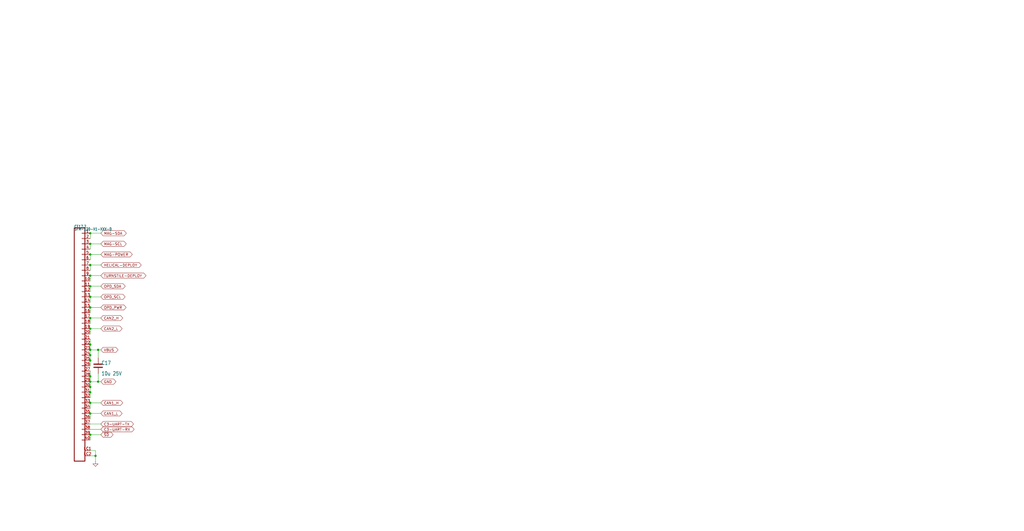
<source format=kicad_sch>
(kicad_sch (version 20211123) (generator eeschema)
  (paper "User" 490.22 254.406)
  (lib_symbols
    (symbol "Device:C" (pin_numbers hide) (pin_names (offset 0.254))
      (property "Reference" "C" (at 0.635 2.54 0))
      (property "Value" "C" (at 0.635 -2.54 0))
      (symbol "C_0_1"
        (polyline (pts (xy -2.032 -0.762) (xy 2.032 -0.762)) (stroke (width 0.508)))
        (polyline (pts (xy -2.032 0.762) (xy 2.032 0.762)) (stroke (width 0.508)))
      )
      (symbol "C_1_1"
        (pin passive line (at 0 3.81 270) (length 2.794) (name "~") (number "1"))
        (pin passive line (at 0 -3.81 90) (length 2.794) (name "~") (number "2"))
      )
    )
    (symbol "oresat-connectors:J-SAMTEC-TFM-120-01-L-D-RA" (pin_names hide)
      (property "Reference" "J" (at -2.54 53.34 0))
      (property "Value" "J-SAMTEC-TFM-120-01-L-D-RA" (at 0 -55.88 0))
      (symbol "J-SAMTEC-TFM-120-01-L-D-RA_0_1"
        (rectangle (start -2.54 50.8) (end 2.54 -60.96) (stroke (width 0.4)))
        (rectangle (start 2.413 -50.673) (end 1.143 -50.927) (stroke (width 0.1524)))
        (rectangle (start 2.413 -48.133) (end 1.143 -48.387) (stroke (width 0.1524)))
        (rectangle (start 2.413 -45.593) (end 1.143 -45.847) (stroke (width 0.1524)))
        (rectangle (start 2.413 -43.053) (end 1.143 -43.307) (stroke (width 0.1524)))
        (rectangle (start 2.413 -40.513) (end 1.143 -40.767) (stroke (width 0.1524)))
        (rectangle (start 2.413 -37.973) (end 1.143 -38.227) (stroke (width 0.1524)))
        (rectangle (start 2.413 -35.433) (end 1.143 -35.687) (stroke (width 0.1524)))
        (rectangle (start 2.413 -32.893) (end 1.143 -33.147) (stroke (width 0.1524)))
        (rectangle (start 2.413 -30.353) (end 1.143 -30.607) (stroke (width 0.1524)))
        (rectangle (start 2.413 -27.813) (end 1.143 -28.067) (stroke (width 0.1524)))
        (rectangle (start 2.413 -25.273) (end 1.143 -25.527) (stroke (width 0.1524)))
        (rectangle (start 2.413 -22.733) (end 1.143 -22.987) (stroke (width 0.1524)))
        (rectangle (start 2.413 -20.193) (end 1.143 -20.447) (stroke (width 0.1524)))
        (rectangle (start 2.413 -17.653) (end 1.143 -17.907) (stroke (width 0.1524)))
        (rectangle (start 2.413 -15.113) (end 1.143 -15.367) (stroke (width 0.1524)))
        (rectangle (start 2.413 -12.573) (end 1.143 -12.827) (stroke (width 0.1524)))
        (rectangle (start 2.413 -10.033) (end 1.143 -10.287) (stroke (width 0.1524)))
        (rectangle (start 2.413 -7.493) (end 1.143 -7.747) (stroke (width 0.1524)))
        (rectangle (start 2.413 -4.953) (end 1.143 -5.207) (stroke (width 0.1524)))
        (rectangle (start 2.413 -2.413) (end 1.143 -2.667) (stroke (width 0.1524)))
        (rectangle (start 2.413 0.127) (end 1.143 -0.127) (stroke (width 0.1524)))
        (rectangle (start 2.413 2.667) (end 1.143 2.413) (stroke (width 0.1524)))
        (rectangle (start 2.413 5.207) (end 1.143 4.953) (stroke (width 0.1524)))
        (rectangle (start 2.413 7.747) (end 1.143 7.493) (stroke (width 0.1524)))
        (rectangle (start 2.413 10.287) (end 1.143 10.033) (stroke (width 0.1524)))
        (rectangle (start 2.413 12.827) (end 1.143 12.573) (stroke (width 0.1524)))
        (rectangle (start 2.413 15.367) (end 1.143 15.113) (stroke (width 0.1524)))
        (rectangle (start 2.413 17.907) (end 1.143 17.653) (stroke (width 0.1524)))
        (rectangle (start 2.413 20.447) (end 1.143 20.193) (stroke (width 0.1524)))
        (rectangle (start 2.413 22.987) (end 1.143 22.733) (stroke (width 0.1524)))
        (rectangle (start 2.413 25.527) (end 1.143 25.273) (stroke (width 0.1524)))
        (rectangle (start 2.413 28.067) (end 1.143 27.813) (stroke (width 0.1524)))
        (rectangle (start 2.413 30.607) (end 1.143 30.353) (stroke (width 0.1524)))
        (rectangle (start 2.413 33.147) (end 1.143 32.893) (stroke (width 0.1524)))
        (rectangle (start 2.413 35.687) (end 1.143 35.433) (stroke (width 0.1524)))
        (rectangle (start 2.413 38.227) (end 1.143 37.973) (stroke (width 0.1524)))
        (rectangle (start 2.413 40.767) (end 1.143 40.513) (stroke (width 0.1524)))
        (rectangle (start 2.413 43.307) (end 1.143 43.053) (stroke (width 0.1524)))
        (rectangle (start 2.413 45.847) (end 1.143 45.593) (stroke (width 0.1524)))
        (rectangle (start 2.413 48.387) (end 1.143 48.133) (stroke (width 0.1524)))
      )
      (symbol "J-SAMTEC-TFM-120-01-L-D-RA_1_1"
        (pin passive line (at 5.08 48.26 180) (length 2.54) (name "") (number "1"))
        (pin passive line (at 5.08 25.4 180) (length 2.54) (name "") (number "10"))
        (pin passive line (at 5.08 22.86 180) (length 2.54) (name "") (number "11"))
        (pin passive line (at 5.08 20.32 180) (length 2.54) (name "") (number "12"))
        (pin passive line (at 5.08 17.78 180) (length 2.54) (name "") (number "13"))
        (pin passive line (at 5.08 15.24 180) (length 2.54) (name "") (number "14"))
        (pin passive line (at 5.08 12.7 180) (length 2.54) (name "") (number "15"))
        (pin passive line (at 5.08 10.16 180) (length 2.54) (name "") (number "16"))
        (pin passive line (at 5.08 7.62 180) (length 2.54) (name "") (number "17"))
        (pin passive line (at 5.08 5.08 180) (length 2.54) (name "") (number "18"))
        (pin passive line (at 5.08 2.54 180) (length 2.54) (name "") (number "19"))
        (pin passive line (at 5.08 45.72 180) (length 2.54) (name "") (number "2"))
        (pin passive line (at 5.08 0 180) (length 2.54) (name "") (number "20"))
        (pin passive line (at 5.08 -2.54 180) (length 2.54) (name "") (number "21"))
        (pin passive line (at 5.08 -5.08 180) (length 2.54) (name "") (number "22"))
        (pin passive line (at 5.08 -7.62 180) (length 2.54) (name "") (number "23"))
        (pin passive line (at 5.08 -10.16 180) (length 2.54) (name "") (number "24"))
        (pin passive line (at 5.08 -12.7 180) (length 2.54) (name "") (number "25"))
        (pin passive line (at 5.08 -15.24 180) (length 2.54) (name "") (number "26"))
        (pin passive line (at 5.08 -17.78 180) (length 2.54) (name "") (number "27"))
        (pin passive line (at 5.08 -20.32 180) (length 2.54) (name "") (number "28"))
        (pin passive line (at 5.08 -22.86 180) (length 2.54) (name "") (number "29"))
        (pin passive line (at 5.08 43.18 180) (length 2.54) (name "") (number "3"))
        (pin passive line (at 5.08 -25.4 180) (length 2.54) (name "") (number "30"))
        (pin passive line (at 5.08 -27.94 180) (length 2.54) (name "") (number "31"))
        (pin passive line (at 5.08 -30.48 180) (length 2.54) (name "") (number "32"))
        (pin passive line (at 5.08 -33.02 180) (length 2.54) (name "") (number "33"))
        (pin passive line (at 5.08 -35.56 180) (length 2.54) (name "") (number "34"))
        (pin passive line (at 5.08 -38.1 180) (length 2.54) (name "") (number "35"))
        (pin passive line (at 5.08 -40.64 180) (length 2.54) (name "") (number "36"))
        (pin passive line (at 5.08 -43.18 180) (length 2.54) (name "") (number "37"))
        (pin passive line (at 5.08 -45.72 180) (length 2.54) (name "") (number "38"))
        (pin passive line (at 5.08 -48.26 180) (length 2.54) (name "") (number "39"))
        (pin passive line (at 5.08 40.64 180) (length 2.54) (name "") (number "4"))
        (pin passive line (at 5.08 -50.8 180) (length 2.54) (name "") (number "40"))
        (pin passive line (at 5.08 38.1 180) (length 2.54) (name "") (number "5"))
        (pin passive line (at 5.08 35.56 180) (length 2.54) (name "") (number "6"))
        (pin passive line (at 5.08 33.02 180) (length 2.54) (name "") (number "7"))
        (pin passive line (at 5.08 30.48 180) (length 2.54) (name "") (number "8"))
        (pin passive line (at 5.08 27.94 180) (length 2.54) (name "") (number "9"))
        (pin passive line (at 5.08 -55.88 180) (length 2.54) (name "") (number "LC1"))
        (pin passive line (at 5.08 -58.42 180) (length 2.54) (name "") (number "LC2"))
      )
    )
    (symbol "power:GND" (power) (pin_names (offset 0))
      (property "Value" "GND" (at 0 -3.81 0))
      (symbol "GND_0_1"
        (polyline (pts (xy 0 0) (xy 0 -1.27) (xy 1.27 -1.27) (xy 0 -2.54) (xy -1.27 -1.27) (xy 0 -1.27)))
      )
      (symbol "GND_1_1"
        (pin power_in line (at 0 0 270) (length 0) hide (name "GND") (number "1"))
      )
    )
  )
  (junction (at 46.99 167.64))
  (junction (at 43.18 157.48))
  (junction (at 43.18 167.64))
  (junction (at 43.18 137.16))
  (junction (at 43.18 180.34))
  (junction (at 43.18 208.28))
  (junction (at 45.72 218.44))
  (junction (at 43.18 121.92))
  (junction (at 43.18 132.08))
  (junction (at 43.18 193.04))
  (junction (at 43.18 165.1))
  (junction (at 46.99 182.88))
  (junction (at 43.18 116.84))
  (junction (at 43.18 170.18))
  (junction (at 43.18 187.96))
  (junction (at 43.18 152.4))
  (junction (at 43.18 172.72))
  (junction (at 43.18 142.24))
  (junction (at 43.18 127))
  (junction (at 43.18 185.42))
  (junction (at 43.18 147.32))
  (junction (at 43.18 198.12))
  (junction (at 43.18 111.76))
  (junction (at 43.18 182.88))
  (wire (pts (xy 43.18 152.4) (xy 48.26 152.4)))
  (wire (pts (xy 48.26 157.48) (xy 43.18 157.48)))
  (wire (pts (xy 43.18 193.04) (xy 43.18 195.58)))
  (wire (pts (xy 43.18 205.74) (xy 48.26 205.74)))
  (wire (pts (xy 43.18 162.56) (xy 43.18 165.1)))
  (wire (pts (xy 43.18 198.12) (xy 43.18 200.66)))
  (wire (pts (xy 43.18 152.4) (xy 43.18 154.94)))
  (wire (pts (xy 46.99 167.64) (xy 43.18 167.64)))
  (wire (pts (xy 48.26 203.2) (xy 43.18 203.2)))
  (wire (pts (xy 45.72 218.44) (xy 45.72 220.98)))
  (wire (pts (xy 43.18 177.8) (xy 43.18 180.34)))
  (wire (pts (xy 43.18 116.84) (xy 43.18 119.38)))
  (wire (pts (xy 48.26 208.28) (xy 43.18 208.28)))
  (wire (pts (xy 43.18 218.44) (xy 45.72 218.44)))
  (wire (pts (xy 45.72 215.9) (xy 45.72 218.44)))
  (wire (pts (xy 46.99 182.88) (xy 43.18 182.88)))
  (wire (pts (xy 43.18 121.92) (xy 48.26 121.92)))
  (wire (pts (xy 46.99 167.64) (xy 46.99 171.45)))
  (wire (pts (xy 43.18 170.18) (xy 43.18 172.72)))
  (wire (pts (xy 43.18 165.1) (xy 43.18 167.64)))
  (wire (pts (xy 43.18 172.72) (xy 43.18 175.26)))
  (wire (pts (xy 43.18 121.92) (xy 43.18 124.46)))
  (wire (pts (xy 43.18 127) (xy 43.18 129.54)))
  (wire (pts (xy 43.18 182.88) (xy 43.18 185.42)))
  (wire (pts (xy 43.18 147.32) (xy 43.18 149.86)))
  (wire (pts (xy 43.18 180.34) (xy 43.18 182.88)))
  (wire (pts (xy 43.18 127) (xy 48.26 127)))
  (wire (pts (xy 43.18 187.96) (xy 43.18 190.5)))
  (wire (pts (xy 43.18 111.76) (xy 43.18 114.3)))
  (wire (pts (xy 48.26 167.64) (xy 46.99 167.64)))
  (wire (pts (xy 48.26 198.12) (xy 43.18 198.12)))
  (wire (pts (xy 48.26 132.08) (xy 43.18 132.08)))
  (wire (pts (xy 43.18 215.9) (xy 45.72 215.9)))
  (wire (pts (xy 43.18 111.76) (xy 48.26 111.76)))
  (wire (pts (xy 48.26 182.88) (xy 46.99 182.88)))
  (wire (pts (xy 48.26 193.04) (xy 43.18 193.04)))
  (wire (pts (xy 46.99 179.07) (xy 46.99 182.88)))
  (wire (pts (xy 48.26 137.16) (xy 43.18 137.16)))
  (wire (pts (xy 43.18 157.48) (xy 43.18 160.02)))
  (wire (pts (xy 43.18 185.42) (xy 43.18 187.96)))
  (wire (pts (xy 48.26 142.24) (xy 43.18 142.24)))
  (wire (pts (xy 43.18 208.28) (xy 43.18 210.82)))
  (wire (pts (xy 43.18 116.84) (xy 48.26 116.84)))
  (wire (pts (xy 48.26 147.32) (xy 43.18 147.32)))
  (wire (pts (xy 43.18 167.64) (xy 43.18 170.18)))
  (wire (pts (xy 43.18 142.24) (xy 43.18 144.78)))
  (wire (pts (xy 43.18 132.08) (xy 43.18 134.62)))
  (wire (pts (xy 43.18 137.16) (xy 43.18 139.7)))
  (global_label "CAN1_H" (shape bidirectional) (at 48.26 193.04 0) (effects (font (size 1.2446 1.2446))) (property "Intersheet References" "${INTERSHEET_REFS}" (effects hide)))
  (global_label "OPD_PWR" (shape bidirectional) (at 48.26 147.32 0) (effects (font (size 1.2446 1.2446))) (property "Intersheet References" "${INTERSHEET_REFS}" (effects hide)))
  (global_label "~{SD}" (shape bidirectional) (at 48.26 208.28 0) (effects (font (size 1.2446 1.2446))) (property "Intersheet References" "${INTERSHEET_REFS}" (effects hide)))
  (global_label "HELICAL-DEPLOY" (shape bidirectional) (at 48.26 127 0) (effects (font (size 1.2446 1.2446))) (property "Intersheet References" "${INTERSHEET_REFS}" (effects hide)))
  (global_label "CAN2_H" (shape bidirectional) (at 48.26 152.4 0) (effects (font (size 1.2446 1.2446))) (property "Intersheet References" "${INTERSHEET_REFS}" (effects hide)))
  (global_label "CAN1_L" (shape bidirectional) (at 48.26 198.12 0) (effects (font (size 1.2446 1.2446))) (property "Intersheet References" "${INTERSHEET_REFS}" (effects hide)))
  (global_label "C3-UART-TX" (shape bidirectional) (at 48.26 203.2 0) (effects (font (size 1.2446 1.2446))) (property "Intersheet References" "${INTERSHEET_REFS}" (effects hide)))
  (global_label "C3-UART-RX" (shape bidirectional) (at 48.26 205.74 0) (effects (font (size 1.2446 1.2446))) (property "Intersheet References" "${INTERSHEET_REFS}" (effects hide)))
  (global_label "MAG-SDA" (shape bidirectional) (at 48.26 111.76 0) (effects (font (size 1.2446 1.2446))) (property "Intersheet References" "${INTERSHEET_REFS}" (effects hide)))
  (global_label "TURNSTILE-DEPLOY" (shape bidirectional) (at 48.26 132.08 0) (effects (font (size 1.2446 1.2446))) (property "Intersheet References" "${INTERSHEET_REFS}" (effects hide)))
  (global_label "OPD_SCL" (shape bidirectional) (at 48.26 142.24 0) (effects (font (size 1.2446 1.2446))) (property "Intersheet References" "${INTERSHEET_REFS}" (effects hide)))
  (global_label "MAG-POWER" (shape bidirectional) (at 48.26 121.92 0) (effects (font (size 1.2446 1.2446))) (property "Intersheet References" "${INTERSHEET_REFS}" (effects hide)))
  (global_label "CAN2_L" (shape bidirectional) (at 48.26 157.48 0) (effects (font (size 1.2446 1.2446))) (property "Intersheet References" "${INTERSHEET_REFS}" (effects hide)))
  (global_label "VBUS" (shape bidirectional) (at 48.26 167.64 0) (effects (font (size 1.2446 1.2446))) (property "Intersheet References" "${INTERSHEET_REFS}" (effects hide)))
  (global_label "OPD_SDA" (shape bidirectional) (at 48.26 137.16 0) (effects (font (size 1.2446 1.2446))) (property "Intersheet References" "${INTERSHEET_REFS}" (effects hide)))
  (global_label "MAG-SCL" (shape bidirectional) (at 48.26 116.84 0) (effects (font (size 1.2446 1.2446))) (property "Intersheet References" "${INTERSHEET_REFS}" (effects hide)))
  (global_label "GND" (shape bidirectional) (at 48.26 182.88 0) (effects (font (size 1.2446 1.2446))) (property "Intersheet References" "${INTERSHEET_REFS}" (effects hide)))
  (symbol (lib_id "oresat-connectors:J-SAMTEC-TFM-120-01-L-D-RA") (at 38.1 160.02 0) (unit 1)
    (property "Reference" "CF17.2" (at 35.56 109.22 0) (effects (font (size 1.27 1.0795)) (justify left bottom)))
    (property "Value" "SFM-120-X1-XXX-D" (at 35.56 110.49 0) (effects (font (size 1.27 1.0795)) (justify left bottom)))
    (property "Footprint" "oresat-connectors:J-SAMTEC-SFM-120-X1-XXX-D" (effects hide))
  )
  (symbol (lib_id "power:GND") (at 45.72 220.98 0) (unit 1)
    (property "Reference" "#GND0116" (effects hide))
    (property "Value" "GND" (effects hide))
    (property "Footprint" "oresat-backplane-2u:" (effects hide))
  )
  (symbol (lib_id "Device:C") (at 46.99 175.26 0) (unit 1)
    (property "Reference" "C17" (at 48.514 174.879 0) (effects (font (size 1.778 1.5113)) (justify left bottom)))
    (property "Value" "10u 25V" (at 48.514 179.959 0) (effects (font (size 1.778 1.5113)) (justify left bottom)))
    (property "Footprint" "Capacitor_SMD:C_1206_3216Metric" (effects hide))
  )
)
</source>
